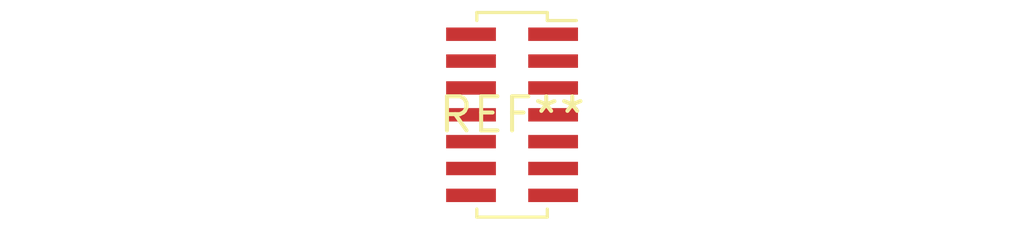
<source format=kicad_pcb>
(kicad_pcb (version 20240108) (generator pcbnew)
  (layers (0 "F.Cu" signal) (31 "B.Cu" signal) (34 "B.Paste" user) (35 "F.Paste" user) (36 "B.SilkS" user "B.Silkscreen") (37 "F.SilkS" user "F.Silkscreen") (38 "B.Mask" user) (39 "F.Mask" user) (44 "Edge.Cuts" user))
  (net 0 "")
  (footprint "PinSocket_2x07_P1.00mm_Vertical_SMD" (layer "F.Cu") (at 0 0)
    (property "Reference" "REF**")
    (property "Value" "PinSocket_2x07_P1.00mm_Vertical_SMD")
    (fp_line (start -1.31 -3.81) (end -1.31 -3.51) (layer "F.SilkS") (stroke (width 0.12)))
    (fp_line (start -1.31 -3.81) (end 1.31 -3.81) (layer "F.SilkS") (stroke (width 0.12)))
    (fp_line (start -1.31 3.51) (end -1.31 3.81) (layer "F.SilkS") (stroke (width 0.12)))
    (fp_line (start -1.31 3.81) (end 1.31 3.81) (layer "F.SilkS") (stroke (width 0.12)))
    (fp_line (start 1.31 -3.81) (end 1.31 -3.51) (layer "F.SilkS") (stroke (width 0.12)))
    (fp_line (start 1.31 -3.51) (end 2.39 -3.51) (layer "F.SilkS") (stroke (width 0.12)))
    (fp_line (start 1.31 3.51) (end 1.31 3.81) (layer "F.SilkS") (stroke (width 0.12)))
    (pad "1" smd rect (at 1.525 -3) (size 1.85 0.5) (layers "F.Cu" "F.Paste" "F.Mask"))
    (pad "2" smd rect (at -1.525 -3) (size 1.85 0.5) (layers "F.Cu" "F.Paste" "F.Mask"))
    (pad "3" smd rect (at 1.525 -2) (size 1.85 0.5) (layers "F.Cu" "F.Paste" "F.Mask"))
    (pad "4" smd rect (at -1.525 -2) (size 1.85 0.5) (layers "F.Cu" "F.Paste" "F.Mask"))
    (pad "5" smd rect (at 1.525 -1) (size 1.85 0.5) (layers "F.Cu" "F.Paste" "F.Mask"))
    (pad "6" smd rect (at -1.525 -1) (size 1.85 0.5) (layers "F.Cu" "F.Paste" "F.Mask"))
    (pad "7" smd rect (at 1.525 0) (size 1.85 0.5) (layers "F.Cu" "F.Paste" "F.Mask"))
    (pad "8" smd rect (at -1.525 0) (size 1.85 0.5) (layers "F.Cu" "F.Paste" "F.Mask"))
    (pad "9" smd rect (at 1.525 1) (size 1.85 0.5) (layers "F.Cu" "F.Paste" "F.Mask"))
    (pad "10" smd rect (at -1.525 1) (size 1.85 0.5) (layers "F.Cu" "F.Paste" "F.Mask"))
    (pad "11" smd rect (at 1.525 2) (size 1.85 0.5) (layers "F.Cu" "F.Paste" "F.Mask"))
    (pad "12" smd rect (at -1.525 2) (size 1.85 0.5) (layers "F.Cu" "F.Paste" "F.Mask"))
    (pad "13" smd rect (at 1.525 3) (size 1.85 0.5) (layers "F.Cu" "F.Paste" "F.Mask"))
    (pad "14" smd rect (at -1.525 3) (size 1.85 0.5) (layers "F.Cu" "F.Paste" "F.Mask"))
  )
)
</source>
